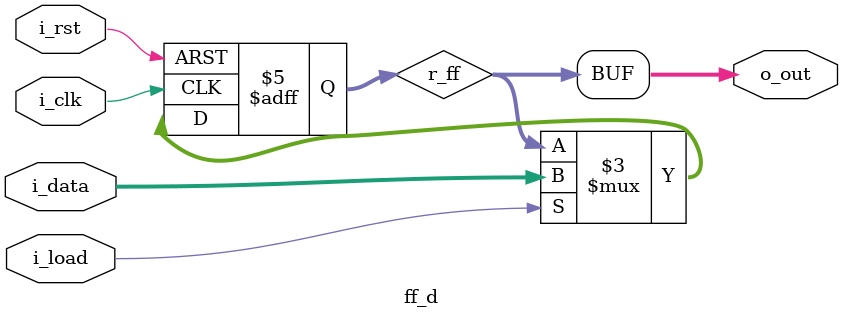
<source format=sv>
module ff_d #(
	parameter DW = 8 
	)(
	input       	i_clk,
	input       	i_rst,
	input			i_load,
	input  [DW-1:0]	i_data,

	output [DW-1:0]	o_out
	);

	logic [DW-1:0] r_ff;

	always_ff@(posedge i_clk or negedge i_rst) begin: ff_d
	    if(!i_rst)
	        r_ff  <= '0;
	    else if (i_load)
	        r_ff  <= i_data;
	end:ff_d

	assign o_out  = r_ff;

endmodule

</source>
